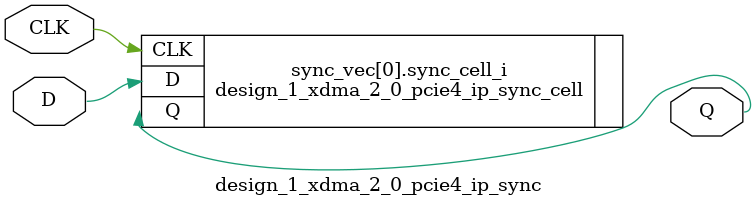
<source format=v>

`timescale 1ps / 1ps

(* DowngradeIPIdentifiedWarnings = "yes" *)
module design_1_xdma_2_0_pcie4_ip_sync #
(
    parameter integer WIDTH = 1, 
    parameter integer STAGE = 3
)
(
    //-------------------------------------------------------------------------- 
    //  Input Ports
    //-------------------------------------------------------------------------- 
    input                               CLK,
    input       [WIDTH-1:0]             D,
    
    //-------------------------------------------------------------------------- 
    //  Output Ports
    //-------------------------------------------------------------------------- 
    output      [WIDTH-1:0]             Q
);                                                        



//--------------------------------------------------------------------------------------------------
//  Generate Synchronizer - Begin
//--------------------------------------------------------------------------------------------------
genvar i;

generate for (i=0; i<WIDTH; i=i+1) 

    begin : sync_vec

    //----------------------------------------------------------------------
    //  Synchronizer
    //----------------------------------------------------------------------
    design_1_xdma_2_0_pcie4_ip_sync_cell #
    (
        .STAGE                          (STAGE)
    )    
    sync_cell_i
    (
        //------------------------------------------------------------------
        //  Input Ports
        //------------------------------------------------------------------
        .CLK                            (CLK),
        .D                              (D[i]),

        //------------------------------------------------------------------
        //  Output Ports
        //------------------------------------------------------------------
        .Q                              (Q[i])
    );
 
    end   
      
endgenerate 
//--------------------------------------------------------------------------------------------------
//  Generate - End
//--------------------------------------------------------------------------------------------------



endmodule

</source>
